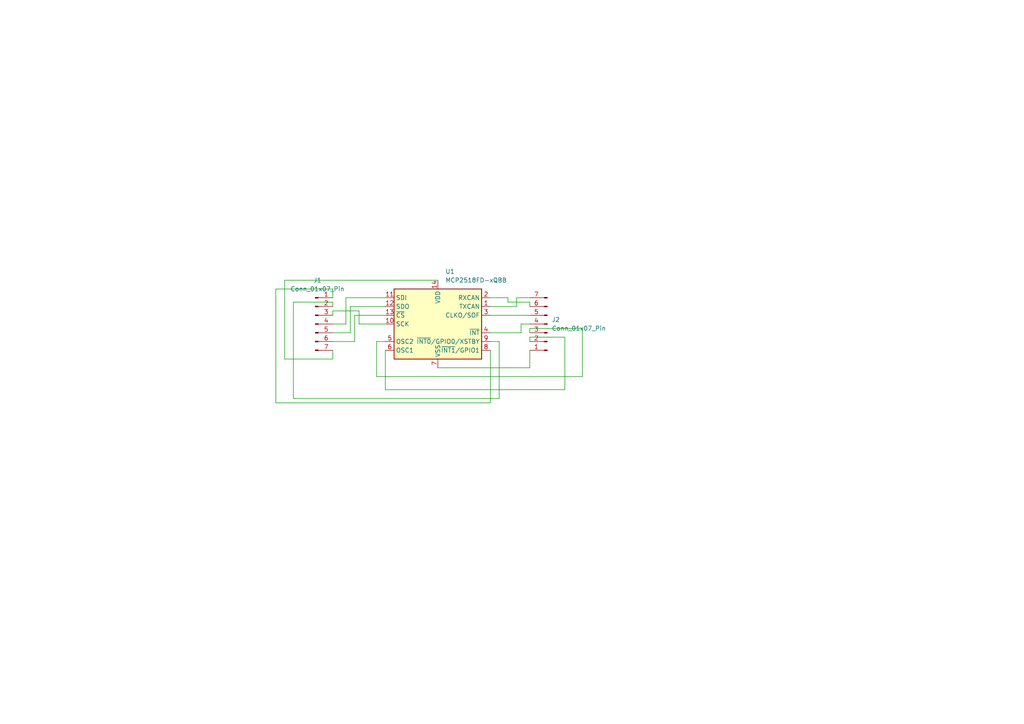
<source format=kicad_sch>
(kicad_sch (version 20250114) (generator "eeschema") (generator_version "9.0")
  (paper "A4")
  (lib_symbols
    (symbol "Connector:Conn_01x07_Pin" (pin_names (offset 1.016) (hide yes))
      (property "Reference" "J" (at 0 10.16 0))
      (property "Value" "Conn_01x07_Pin" (at 0 -10.16 0))
      (symbol "Conn_01x07_Pin_1_1"
        (rectangle (start 0.8636 7.747) (end 0 7.493) (stroke (width 0.1524)) (fill (type outline)))
        (rectangle (start 0.8636 5.207) (end 0 4.953) (stroke (width 0.1524)) (fill (type outline)))
        (rectangle (start 0.8636 2.667) (end 0 2.413) (stroke (width 0.1524)) (fill (type outline)))
        (rectangle (start 0.8636 0.127) (end 0 -0.127) (stroke (width 0.1524)) (fill (type outline)))
        (rectangle (start 0.8636 -2.413) (end 0 -2.667) (stroke (width 0.1524)) (fill (type outline)))
        (rectangle (start 0.8636 -4.953) (end 0 -5.207) (stroke (width 0.1524)) (fill (type outline)))
        (rectangle (start 0.8636 -7.493) (end 0 -7.747) (stroke (width 0.1524)) (fill (type outline)))
        (polyline (pts (xy 1.27 7.62) (xy 0.8636 7.62)) (stroke (width 0.1524)))
        (polyline (pts (xy 1.27 5.08) (xy 0.8636 5.08)) (stroke (width 0.1524)))
        (polyline (pts (xy 1.27 2.54) (xy 0.8636 2.54)) (stroke (width 0.1524)))
        (polyline (pts (xy 1.27 0) (xy 0.8636 0)) (stroke (width 0.1524)))
        (polyline (pts (xy 1.27 -2.54) (xy 0.8636 -2.54)) (stroke (width 0.1524)))
        (polyline (pts (xy 1.27 -5.08) (xy 0.8636 -5.08)) (stroke (width 0.1524)))
        (polyline (pts (xy 1.27 -7.62) (xy 0.8636 -7.62)) (stroke (width 0.1524)))
        (pin passive line (at 5.08 7.62 180) (length 3.81) (name "Pin_1") (number "1"))
        (pin passive line (at 5.08 5.08 180) (length 3.81) (name "Pin_2") (number "2"))
        (pin passive line (at 5.08 2.54 180) (length 3.81) (name "Pin_3") (number "3"))
        (pin passive line (at 5.08 0 180) (length 3.81) (name "Pin_4") (number "4"))
        (pin passive line (at 5.08 -2.54 180) (length 3.81) (name "Pin_5") (number "5"))
        (pin passive line (at 5.08 -5.08 180) (length 3.81) (name "Pin_6") (number "6"))
        (pin passive line (at 5.08 -7.62 180) (length 3.81) (name "Pin_7") (number "7"))
      )
    )
    (symbol "Interface_CAN_LIN:MCP2518FD-xQBB"
      (property "Reference" "U" (at 8.89 13.97 0))
      (property "Value" "MCP2518FD-xQBB" (at -3.81 13.97 0))
      (symbol "MCP2518FD-xQBB_0_1"
        (rectangle (start -12.7 10.16) (end 12.7 -10.16) (stroke (width 0.254)) (fill (type background)))
      )
      (symbol "MCP2518FD-xQBB_1_1"
        (pin input line (at -15.24 7.62 0) (length 2.54) (name "SDI") (number "11"))
        (pin output line (at -15.24 5.08 0) (length 2.54) (name "SDO") (number "12"))
        (pin input line (at -15.24 2.54 0) (length 2.54) (name "~{CS}") (number "13"))
        (pin input line (at -15.24 0 0) (length 2.54) (name "SCK") (number "10"))
        (pin output line (at -15.24 -5.08 0) (length 2.54) (name "OSC2") (number "5"))
        (pin input line (at -15.24 -7.62 0) (length 2.54) (name "OSC1") (number "6"))
        (pin power_in line (at 0 12.7 270) (length 2.54) (name "VDD") (number "14"))
        (pin passive line (at 0 -12.7 90) (length 2.54) (hide yes) (name "VSS") (number "15"))
        (pin power_in line (at 0 -12.7 90) (length 2.54) (name "VSS") (number "7"))
        (pin input line (at 15.24 7.62 180) (length 2.54) (name "RXCAN") (number "2"))
        (pin output line (at 15.24 5.08 180) (length 2.54) (name "TXCAN") (number "1"))
        (pin output line (at 15.24 2.54 180) (length 2.54) (name "CLKO/SOF") (number "3"))
        (pin output line (at 15.24 -2.54 180) (length 2.54) (name "~{INT}") (number "4"))
        (pin bidirectional line (at 15.24 -5.08 180) (length 2.54) (name "~{INT0}/GPIO0/XSTBY") (number "9"))
        (pin bidirectional line (at 15.24 -7.62 180) (length 2.54) (name "~{INT1}/GPIO1") (number "8"))
      )
    )
  )
  (wire (pts (xy 142.24 101.6) (xy 142.24 116.84)))
  (wire (pts (xy 163.83 97.79) (xy 163.83 113.03)))
  (wire (pts (xy 151.13 96.52) (xy 151.13 93.98)))
  (wire (pts (xy 153.67 106.68) (xy 153.67 101.6)))
  (wire (pts (xy 142.24 86.36) (xy 147.32 86.36)))
  (wire (pts (xy 111.76 93.98) (xy 104.14 93.98)))
  (wire (pts (xy 96.52 87.63) (xy 96.52 88.9)))
  (wire (pts (xy 153.67 95.25) (xy 168.91 95.25)))
  (wire (pts (xy 144.78 99.06) (xy 144.78 115.57)))
  (wire (pts (xy 127 81.28) (xy 82.55 81.28)))
  (wire (pts (xy 153.67 99.06) (xy 153.67 97.79)))
  (wire (pts (xy 82.55 104.14) (xy 96.52 104.14)))
  (wire (pts (xy 111.76 88.9) (xy 101.6 88.9)))
  (wire (pts (xy 149.86 88.9) (xy 149.86 86.36)))
  (wire (pts (xy 149.86 86.36) (xy 153.67 86.36)))
  (wire (pts (xy 96.52 99.06) (xy 102.87 99.06)))
  (wire (pts (xy 104.14 93.98) (xy 104.14 90.17)))
  (wire (pts (xy 96.52 90.17) (xy 96.52 91.44)))
  (wire (pts (xy 144.78 115.57) (xy 85.09 115.57)))
  (wire (pts (xy 127 106.68) (xy 153.67 106.68)))
  (wire (pts (xy 109.22 99.06) (xy 111.76 99.06)))
  (wire (pts (xy 80.01 116.84) (xy 142.24 116.84)))
  (wire (pts (xy 100.33 93.98) (xy 96.52 93.98)))
  (wire (pts (xy 163.83 113.03) (xy 111.76 113.03)))
  (wire (pts (xy 111.76 86.36) (xy 100.33 86.36)))
  (wire (pts (xy 153.67 96.52) (xy 153.67 95.25)))
  (wire (pts (xy 147.32 86.36) (xy 147.32 87.63)))
  (wire (pts (xy 96.52 83.82) (xy 96.52 86.36)))
  (wire (pts (xy 147.32 87.63) (xy 153.67 87.63)))
  (wire (pts (xy 153.67 87.63) (xy 153.67 88.9)))
  (wire (pts (xy 111.76 91.44) (xy 102.87 91.44)))
  (wire (pts (xy 96.52 101.6) (xy 96.52 104.14)))
  (wire (pts (xy 168.91 109.22) (xy 109.22 109.22)))
  (wire (pts (xy 142.24 96.52) (xy 151.13 96.52)))
  (wire (pts (xy 142.24 88.9) (xy 149.86 88.9)))
  (wire (pts (xy 151.13 93.98) (xy 153.67 93.98)))
  (wire (pts (xy 101.6 96.52) (xy 96.52 96.52)))
  (wire (pts (xy 142.24 91.44) (xy 153.67 91.44)))
  (wire (pts (xy 80.01 83.82) (xy 96.52 83.82)))
  (wire (pts (xy 104.14 90.17) (xy 96.52 90.17)))
  (wire (pts (xy 82.55 81.28) (xy 82.55 104.14)))
  (wire (pts (xy 101.6 88.9) (xy 101.6 96.52)))
  (wire (pts (xy 111.76 113.03) (xy 111.76 101.6)))
  (wire (pts (xy 168.91 95.25) (xy 168.91 109.22)))
  (wire (pts (xy 102.87 91.44) (xy 102.87 99.06)))
  (wire (pts (xy 109.22 109.22) (xy 109.22 99.06)))
  (wire (pts (xy 100.33 86.36) (xy 100.33 93.98)))
  (wire (pts (xy 85.09 87.63) (xy 96.52 87.63)))
  (wire (pts (xy 80.01 83.82) (xy 80.01 116.84)))
  (wire (pts (xy 153.67 97.79) (xy 163.83 97.79)))
  (wire (pts (xy 142.24 99.06) (xy 144.78 99.06)))
  (wire (pts (xy 85.09 115.57) (xy 85.09 87.63)))
  (symbol (lib_id "Connector:Conn_01x07_Pin") (at 158.75 93.98 180) (unit 1)
    (property "Reference" "J2" (at 160.02 92.7099 0) (effects (justify right)))
    (property "Value" "Conn_01x07_Pin" (at 160.02 95.2499 0) (effects (justify right)))
    (property "Footprint" "Connector_PinHeader_2.54mm:PinHeader_1x07_P2.54mm_Vertical" (effects (hide yes)))
    (property "Description" "Generic connector, single row, 01x07, script generated" (effects (hide yes)))
  )
  (symbol (lib_id "Connector:Conn_01x07_Pin") (at 91.44 93.98 0) (unit 1)
    (property "Reference" "J1" (at 92.075 81.28 0))
    (property "Value" "Conn_01x07_Pin" (at 92.075 83.82 0))
    (property "Footprint" "Connector_PinHeader_2.54mm:PinHeader_1x07_P2.54mm_Vertical" (effects (hide yes)))
    (property "Description" "Generic connector, single row, 01x07, script generated" (effects (hide yes)))
  )
  (symbol (lib_id "Interface_CAN_LIN:MCP2518FD-xQBB") (at 127 93.98 0) (unit 1)
    (property "Reference" "U1" (at 129.1433 78.74 0) (effects (justify left)))
    (property "Value" "MCP2518FD-xQBB" (at 129.1433 81.28 0) (effects (justify left)))
    (property "Footprint" "Package_DFN_QFN:DFN-14-1EP_3x4.5mm_P0.65mm_EP1.65x4.25mm" (effects (hide yes)))
    (property "Datasheet" "https://ww1.microchip.com/downloads/aemDocuments/documents/OTH/ProductDocuments/DataSheets/External-CAN-FD-Controller-with-SPI-Interface-DS20006027B.pdf" (effects (hide yes)))
    (property "Description" "CAN FD Controller with SPI Interface, up to 8 Mbps, Vdd 2.7..5.5V,  functional safety ready, VDFN-14" (effects (hide yes)))
  )
)
</source>
